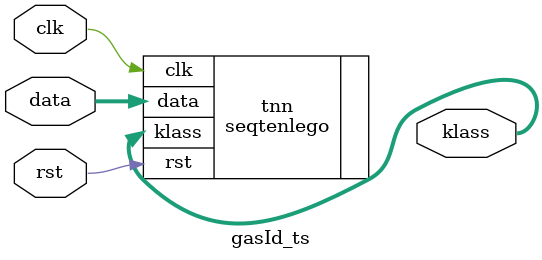
<source format=v>












module gasId_ts #(

parameter N = 128,
parameter M = 40,
parameter B = 4,
parameter C = 6,
parameter Ts = 5




  ) (
  input clk,
  input rst,
  input [N*B-1:0] data,
  output [$clog2(C)-1:0] klass
  );

  seqtenlego #(
      .N(N),.B(B),.M(M),.C(C),
  .Wvals(5120'b10000000010010000101001110000000001100011001000000101000010100111000000000010000100000110100100000010001000000000000000010000000011000000001100110100000011100001000000101001001011110011010000110100000000000000001000000000000000000000000000000000010000000000000000000000000000000000000000000100000001000000000000001000000100010011100111000101011100000011001001110100000010010100010000110000000000100001000000001001010001010111010000100010001100000010101101000101011101000010001001100111001100011100110001010000001110101110000000000000001000000010000000000000000001001000000000000000000000001000000000000000011000000000000000000000000001000000010100000000110001000000000010010000000001110001000010011100110010010000000010001110001100101001000000000000000000011000101100110001101111000100001100010100010100100000100000000010000000101000011000000100010000000000000000000000000000010001000000000000000001000000000000001000000000000100000000000100001000000000000000000100010000000000010001000000001010000000111100010000100111001010100100000001100001110001001010010000110001001011000110101000001100001001110000100011010101010000011000001100000010100010101000001110010101000100000000000000000000001000100000000100000000000000000000000000000000000000000001000000000000000000000010000000100001100000010000000000010000000001000000000000000001000010000000000000000100100001000011001110000000110000011110001001000111101000110000000010101010101000010000000100011001000000010000000000010010000000010001000000000000000000000000001000000000000000000000000000000000000000000000000000010000000000000000000000000000000000010000000100000001000000010000111001000000000100110000000000000000000000000000010000100001100001001100000110000000010000111010000100000100101000101100000101000000000100000010011100000100000001000110000000010100000010010000100000000010000000000001000000000000000000000000000000000000000000000000000000000000000000100000000000010000000110010000000000000000000010010000000100001010000000000001001010000001000000000000100000011010000000100010001010100001001001100010101010000001100000100000100100000000100000001101000100000000000010000000000000000000000000100001000000000000000000000100000000000010000000000000000000000000000000000000000000000001000000000000000000000000000010000001000000000011000000000000000000000000000000010001100000000000001000000000000000000010001000000000010010101010110000010100000000000000000001001100100010000001110000000000000000001000000000000100000110000000000010000000000000000000000000000000000110010000000000000000000000000000000001000000001101011000110011000000000110010100001000111000000001001101100010011100110000000011010000101000111000000011100001000000001101000000100011000000001110010100100000110101001010011100000000111001000000010000000000000100000000000000000000010000000010000100000000000000000000000000000100000000100000000000000000100000010110000011010000101001111000100001100001110011001100000000100010101010000110000111001000110000000010001010100000010000011100100011000000001010101010000001000001011001001101000010100011100000000110010001000000000000100000000000000000000000000000010000100000000000000100000000000000000000000000000000000000000000000001000001110001000111001000011000000000000000101111010100011001100001101000000011001010010100011010100010000110100000000000101011101101000010101000101010000000011000000010000100011100100001100000010000001000000001100000000000000000000100000000000000000000000000000100000000000000000000000000000000000010000000000000000000000000000000000000011010000000000000000000001000110001000010001000100010000000100010000100011000000010010100000000001010001010100000100000100010000010001100001100000000001100001000010001001001110000110100000000010000000000000000000000000000000000000000000000010000000000000011000000000100000000000000000000000000000000110000000100010000000100001000000100001110000000000010100000000100010000011000010001000100001000110000000110000001111001000100011000110011000000001000101010000001010001101000100101100110101010101100010100010000000010000111000000011000000000000000000000000000000000010000000000000000000000010001100000001000000000000000000000000101000110000001000100010001000001000000000000000000000001010000000101000100010001000000000100000000100000011010011001000100001000110000100010001010100000110100001010101001011001101010101011000101000100000000000000001000000100100000000000000001000001000000000000000000000000000000000100010000000000000010000000000000000000001101000001010000000111000010100010101010100001000110001000101010000000010000001001000010000000100000100000100000100000101000010001100010001010101000000110000110011101100010001011101010110000011000000000000000000000000000000000000000000000000001000000001000100000000000000000000000001100000000000100000000000000000000000000010000000100000001010000000000000000100000010000100010010010101100001100000000000000100000000000001010001000000000001010100101001001101010101011000001000001101010001100000010100010101000000110000000000110000000000000000000000000100000010000001000000010000000000000000000000000010000000000000000000000000000001000000),
  .Wzero(5120'b10000100010110001101011110101010101111011001001010111001010100111010010000011001100000110101100100010011000011000100000010110000111000000101101110100000011101001111000111011001011111011110010110100100100000000001000000100000000000100100000000000010000000000000000100000000000000000000000000100000001000100000010001000000110011011111111010101111111111011011101111100101110110101010010111010100000101001111010011101110111011111111110100111001111101011111111011101111111111010101101101111101101111100111011111011101111111110000001000001001000000010000000000000000001001000000000000001000000001100000001000100011000000000000000000000010001000001010101001100111001110000011011010110000101110001110010111111111011010000011010011110001111111001001100100000010001111000111110111111101111010100011111110101011100100101101010000011110000101101111010100110010000000000000000000000010000010001000000000000000001000100000001001000000000000100000000001100001000001000000100010100010010000000011101000000001011100001111100111100110111111011110100100011110101110001111110010011111101101011011111111000001110001101110100100011111101010010011101011110111111110110111000111110111101000100000000000000000000001000100000000100010000000000010000000000000000000000000001000000000000000000000010000000100001100011010110110001011000001101010000000000010001100010000010000000000100101001011111111111111010110101011110011011011111111011111001000111111111101011010010100100011001000000010000001000110011100000010001000000000001000000000010001000000000000000000000000010000000000100000000000000010000000000000000000000100000000000110000010100100011000010010000111101000000000100110000000000000000000100100000010111101101111101101101111110010000111100111111111111010101111111111101110111011100010100100010011100000100001001001110001000010100000010010000100000010010000000000001000000001000000000000000000100000000000000000000000100000000000100100000000100110001000110010010000010010001000010010001000100101010010000000001001010000101000000000000100000011010000001100010011110101001001111110010111110011101100000100001100100010000100100001111010100001000000011000000101000000000000100100001000000010000000001000100000000110010000000000001000000000000000000000000000000000001001000000000000000101000000010000001000000000011000110010000000000100000000000010001100000000000001000000011000000000010001100000101010110111110111011010100100101000000000111001101100010010101110000000000000000001000000000000111001110000000000110000000000000000000001100000000000110010000000000100000000000100000000001100110011111111100111011010101010111110111111011111010001001111111100111111100110000101111111001111000111101100111111001000100011111100101101011010110011111111100101001111101011010111101011101111111010110111000001000010100000000110000000000010000000010000100000000000000000000000000000100000000100000010000000000100000010110100111111011111101111101101111111011110111111101110011100111111011010110100111011011110001001010011111100011010000011101100111110110111011101010001101001011011001011111000111110011110000110111111001000100000000100000000000000000010000000100010000101000000000000100010010000000000000000000010000000000000011001001000001110011010111011011011001100000000100111111010111011001101001101110110111011011010110111110101010100110111000010101101111101101010011101101101111001111011000000010100101011110101001100100010000001000000001100000001000000000000100000000000000000000000000001100000000000100100010000100000000000110010000000000000000000000100010100100011010100010001011000100001100110001010010101110100011000000110010010100011001000010011100000010101011001010110000101000110010000111011100111100001001101110001011010101011001111100110100000000010000000000000000000000110000000000000000000000010000000000000011000001000100000000000000000100000000000000110000001100011100000100001010101110001111101000011111111001010100010110111010010011001101011011110111001110001011111111001110111101110111011100111001111010011101011011101000101111110110111010111111110101011000000010000111000000011000001000000000000100000000000000010000000000000000000000010001100000001000000000000001000000000111010111100001100101011011000101011010000001000110010101010001111101010100110011100101110101110010100111111011011001101101011011110111101110011110101111110110101010101011111101101111101111111111010110000000100100001000000100110010010001000001000001000100000100000000101000000000000100010000000000000010000000000000000000001111000011010100100111011110111111101010100001010111001100101011000011110000001001011010000000110000100000100110100000101000010011100011001110111000110111001111011111100011001011111011111011011000100000000000000000000000000000000000000000000001000000001000100000000010000000000000001100000000000100000000000000000000000000010001000100011011010110000111000000100000010000110011010111111101111100000000000110100000100100001011001001000000001110101111111101111111111111001101000111101011001110010011100010111000111111001000000110000000000000000010000100100000010000001000000010000000000000010000000000010000000000001001000000000001001000000),
  .Wnnz(640'h3427422822283d33363239252b30332a24333d3328233544252e372f1f3d392639323e2d2d261429),
  .WvalsX(58'b1000100000101101101100001111000000101101100010010010010110),  // Bits of not-zeroes
  .WcolX(464'h2419161514110d06040327241816150c0805041d110c2322201d1c1a19110c090600251f1c1513100d0b0a0908002722201f1d1a16130e0a0802), // Column of non-zeros
  .WrowX(56'h3a302724180c00) // Column of non-zeros // Start indices per row
      ) tnn (
    .clk(clk),
    .rst(rst),
    .data(data),
    .klass(klass)
  );

endmodule

</source>
